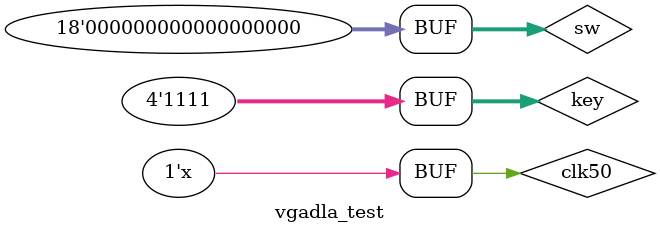
<source format=v>
module vgadla
(
	input wire        clk50,

	input wire [3:0]  key,
	input wire [17:0] sw,

	inout wire [15:0]  sram_dq,
	output wire [19:0] sram_addr,
	output wire        sram_ub_n,
	output wire        sram_lb_n,
	output wire        sram_we_n,
	output wire        sram_ce_n,
	output wire        sram_oe_n,
	
	output wire       vga_clk,
	output wire       vga_hs,
	output wire       vga_vs,
	output wire       vga_blank,
	output wire       vga_sync,
	output wire [7:0] vga_r,
	output wire [7:0] vga_g,
	output wire [7:0] vga_b,
	
	output wire [8:0]  ledg,
	output wire [17:0] ledr
);	
	localparam INIT   = 0;
	localparam TEST1  = 1;
	localparam TEST2  = 2;
	localparam TEST3  = 3;
	localparam TEST4  = 4;
	localparam TEST5  = 5;
	localparam TEST6  = 6;
	localparam DRAW   = 7;
	localparam UPDATE = 8;
	localparam NEW    = 9;

	localparam FG = 16'hffff;

	wire       init;
	wire       rst;
	wire       vga_ctrl_clk;
	wire [7:0] r, g, b;
	wire [9:0] x, y;
	wire       xl, yl;
	reg [9:0]  xw, yw;
	reg [30:0] xr;
	reg [28:0] yr;
	reg [19:0] addr;
	reg [15:0] data;
	reg [3:0]  state;
	reg [3:0]  sum;
	reg [8:0]  ledg_;
	reg [17:0] ledr_;
	reg        lock;
	reg        we;

	assign sram_addr = addr;
	// hi byte select enabled
	assign sram_ub_n = 0;
	// low byte select enabled
	assign sram_lb_n = 0;
	// chip enable
	assign sram_ce_n = 0;
	// output enable is overriden by WE
	assign sram_oe_n = 0;
	assign sram_we_n = we;
	assign sram_dq = (we) ? 16'hzzzz : data;
	
	// assign color based on contents of sram
	assign r = {sram_dq[15:12], 4'b0};
	assign g = {sram_dq[11:8], 4'b0};
	assign b = {sram_dq[7:4], 4'b0};
	
	assign xl = xr[27] ^ xr[30];
	assign yl = yr[26] ^ yr[28];
	
	assign init = ~key[0];
	
	assign ledg = ledg_;
	assign ledr = ledr_;
	
	always @ (posedge vga_ctrl_clk) begin
		if (init) begin
			addr <= {x, y};
			we <= 1'b0;
			data <= 16'b0;
			xr <= 31'h55555555;
			yr <= 29'h55555555;
			xw <= 10'd155;
			yw <= 10'd120;
			state <= INIT;
		end
		else if ((~vga_vs | ~vga_hs) & key[1]) begin
			case (state)
				// white dot at center of screen
				INIT: begin
					addr <= {10'd160,10'd120};
					we <= 1'b0;
					data <= FG;
					state <= TEST1;
				end
				
				// read left neighbor
				TEST1: begin
					lock <= 1'b1;
					sum <= 0;
					we <= 1'b1;
					addr <= {xw - 10'd1, yw};
					state <= TEST2;
				end
				
				// check left and read right neighbor
				TEST2: begin
					we <= 1'b1;
					sum <= sum + {3'b0, sram_dq[15]};
					addr <= {xw + 10'd1, yw};
					state <= TEST3;
				end
				
				// check right and read top neighbor
				TEST3: begin
					we <= 1'b1; 
					sum <= sum + {3'b0, sram_dq[15]};
					addr <= {xw, yw - 10'd1};
					state <= TEST4;
				end
				
				// check top and read bottom neighbor
				TEST4: begin
					we <= 1'b1;
					sum <= sum + {3'b0, sram_dq[15]};
					addr <= {xw, yw + 10'd1};
					state <= TEST5;
				end

				// read bottom neighbor
				TEST5: begin
					we <= 1'b1; 
					sum <= sum + {3'b0, sram_dq[15]};
					state <= TEST6;
				end
				
				// if there is a neighbor draw, otherwise
				// just update
				TEST6: begin
					if (lock & sum > 0) begin
						ledr_ <= {4'b0, xw[9:0], sum[3:0]};
						ledg_ <= {yw[8:0]};
						state <= DRAW;
					end
					else begin
						ledr_ <= 18'b0;
						ledg_ <= 9'b0;
						state <= UPDATE; 
					end
				end
				
				// draw white dot at that location
				DRAW: begin
					we <= 1'b0;
					addr <= {xw, yw};
					data <= FG;
					state <= NEW;
				end
				
				// update walker and random
				UPDATE: begin
					we <= 1'b1;
					if (xw < 10'd318 & xr[30] == 1)
						xw <= xw + 1;
					else if (xw > 10'd2 & xr[30] == 0)
						xw <= xw - 1;
					
					if (yw < 10'd237 & yr[28] == 1)
						yw <= yw + 1;
					else if (yw > 10'd2 & yr[28] == 0)
						yw <= yw - 1;

					xr <= {xr[29:0], xl} ;
					yr <= {yr[27:0], yl} ;
					state <= TEST1;
				end
				
				// begin a new phase
				// init random walker
				// and update random value
				NEW: begin
					we <= 1'b1;
					if (xr[30])
						xw <= 10'd318;
					else
						xw <= 10'd2;

					if (yr[28])
						yw <= 10'd238;
					else
						yw <= 10'd2;

					xr <= {xr[29:0], xl} ;
					yr <= {yr[27:0], yl} ;
					state <= TEST1;
				end

			endcase
		end
		else begin
			// not drawing lock writes
			// and read from current x and y
			// for color
			lock <= 1'b0;
			addr <= {x, y};
			we <= 1'b1;
		end
	end
	
	// delay a little before resetting the device for board to power up
	reset_delay r0(
		.clk(clk50),
		.rst(rst)
	);
	
	// vga needs ~25 mhz for 640x480 at 60 hz
	// c0 is the rate at which we update the vga signals at
	// c1 is a phase delay of 90 degree which we output to the vga clock
	// meaning vga clock gets clocked and updated a little later than we
	// update the internal vga signals like sync rgb data
	pll p0(
		.areset(~rst),
		.inclk0(clk50),
		.c0(vga_ctrl_clk),
		.c1(vga_clk)
	);

	// vga controller that gets color from r, g, b
	vga v0(
		.clk(vga_ctrl_clk), 
		.rst(rst),
		.r(r),
		.g(g),
		.b(b),
		.x(x),
		.y(y),
		.vga_hs(vga_hs),
		.vga_vs(vga_vs),
		.vga_blank(vga_blank),
		.vga_sync(vga_sync),
		.vga_r(vga_r),
		.vga_g(vga_g),
		.vga_b(vga_b)
	);
endmodule

`timescale 1ns/1ns
module vgadla_test();
	reg        clk50;
	reg [3:0]  key;
	reg [17:0] sw;
	
	wire [15:0]  sram_dq;
	wire [19:0]  sram_addr;
	wire         sram_ub_n;
	wire         sram_lb_n;
	wire         sram_we_n;
	wire         sram_ce_n;
	wire         sram_oe_n;
	
	wire       vga_clk;
	wire       vga_hs;
	wire       vga_vs;
	wire       vga_blank;
	wire       vga_sync;
	wire [7:0] vga_r;
	wire [7:0] vga_g;
	wire [7:0] vga_b;
	
	wire [8:0]  ledg;
	wire [17:0] ledr;
	
	initial begin
		clk50 = 0;
		key = 'hf;
		sw = 0;

		#5     key[0] = 0;
		#12000 key[0] = 1;
	end
	
	always begin
		#20 clk50 = ~clk50;
		$monitor("t %d st %d we %d dq %d da %d s %d xw %d yw %d xr %x yr %x",
			$time, v.state, v.we, v.sram_dq, v.data, v.sum, v.xw, v.yw, v.xr, v.yr);
	end
	
	vgadla v(
		.clk50(clk50),
		.key(key),
		.sw(sw),
		.sram_dq(sram_dq),
		.sram_addr(sram_addr),
		.sram_ub_n(sram_ub_n),
		.sram_lb_n(sram_lb_n),
		.sram_we_n(sram_we_n),
		.sram_ce_n(sram_ce_n),
		.sram_oe_n(sram_oe_n),
		.vga_clk(vga_clk),
		.vga_hs(vga_hs),
		.vga_vs(vga_vs),
		.vga_blank(vga_blank),
		.vga_sync(vga_sync),
		.vga_r(vga_r),
		.vga_g(vga_g),
		.vga_b(vga_b),
		.ledg(ledg),
		.ledr(ledr)
	);
endmodule
</source>
